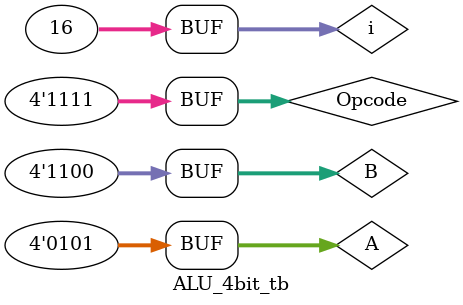
<source format=v>

module ALU_4bit(Out, Z, C, V, P, A, B, Opcode);

output [3:0] Out;
output Z, C, V, P;
input [3:0] A, B, Opcode;

wire [3:0] shift_out, arith_out, logical_out, compare_out;

Shifter s (shift_out, A, B, Opcode);
Arithmetic a (arith_out, C, V, A, B, Opcode);
Logical l (logical_out, A, B, Opcode);
Comparator c (compare_out, A, B, Opcode);
MUX m (Out, shift_out, arith_out, logical_out, compare_out, Opcode);

nor (Z,Out[0],Out[1],Out[2],Out[3]);
xor (P,Out[0],Out[1],Out[2],Out[3]);

endmodule




// Shifter

module Shifter(shift_out, A, B, Opcode);

output reg [3:0] shift_out;
input [3:0] A, B, Opcode;

always @(*)
begin
	if(Opcode[3:1] == 0)
		shift_out = B<<A[1:0];
	if(Opcode == 2)
		shift_out = B>>A[1:0];
	if(Opcode == 3)
	begin
		case(A[1:0])
			0: shift_out = B;
			1: shift_out = {B[3],B[3:1]};
			2: shift_out = {B[3],B[3],B[3:2]};
			3: shift_out = {B[3],B[3],B[3],B[3]};
		endcase
	end
end

endmodule




// Arithmetic

module Arithmetic(arith_out, C, V, A, B, Opcode);

output reg [3:0] arith_out;
output reg C, V;
input [3:0] A, B, Opcode;

reg [3:0] temp_B;
reg temp_carry;

always@(*)
begin
	C = 0;
	if(Opcode[1] == 1)
	begin
		if(Opcode[0] == 1)
			temp_B = 4'b1111;
		else
			temp_B = ~B+1;
	end
	else
	begin
		if(Opcode[0] == 1)
			temp_B = 4'b0001;
		else
			temp_B = B;
	end
		
	if(Opcode[3:2] == 1)
	begin
		{temp_carry,arith_out[2:0]}=A[2:0]+temp_B[2:0];
		{C,arith_out[3]}=A[3]+temp_B[3]+temp_carry;
		V = C^temp_carry;
	end
	else
	begin
		V = 0;
		C = 0;
	end
end

endmodule





// Logic

module Logical(logical_out, A, B, Opcode);

output [3:0] logical_out;
input [3:0] A, B, Opcode;

assign logical_out = Opcode[1]?(Opcode[0]?~(A|B):(A^B)):(Opcode[0]?(A|B):(A&B));

endmodule





// Comparator

module Comparator(compare_out, A, B, Opcode);

output reg [3:0] compare_out;
input [3:0] A, B, Opcode;

always@(*)
begin
	if (Opcode == 12)
		compare_out[0] = A==B;
	if (Opcode == 13)
		compare_out[0] = A!=B;
	if (Opcode == 14)
	begin
		if(B[3]>A[3])
			compare_out[0] = 1;
		else if (A[3]!=B[3] && A[2:0]>B[2:0])
			compare_out[0] = 1;
		else
			compare_out[0] = 0;
	end
	if (Opcode == 15)
	begin
		if(A[3]>B[3])
			compare_out[0] = 1;
		else if (A[3]!=B[3] && B[2:0]>A[2:0])
			compare_out[0] = 1;
		else
			compare_out[0] = 0;
	end
	compare_out[3:1] = 0;
end
endmodule






// MUX

module MUX(Out, shift_out, arith_out, logical_out, compare_out, Opcode);

output reg [3:0] Out;
input [3:0] shift_out, arith_out, logical_out, compare_out, Opcode;

always@(*)
begin
	case(Opcode[3:2])
		0: Out = shift_out;
		1: Out = arith_out;
		2: Out = logical_out;
		3: Out = compare_out;
	endcase
end

endmodule




// Testbench

module ALU_4bit_tb;

	// Inputs
	reg [3:0] A;
	reg [3:0] B;
	reg [3:0] Opcode;

	// Outputs
	wire [3:0] Out;
	wire Z;
	wire C;
	wire V;
	wire P;

	// Instantiate the Unit Under Test (UUT)
	ALU_4bit uut (
		.Out(Out), 
		.Z(Z), 
		.C(C), 
		.V(V), 
		.P(P), 
		.A(A), 
		.B(B), 
		.Opcode(Opcode)
	);
	
	integer i;
	
	initial begin
		// Initialize Inputs
		A = 5;
		B = 12;
		// Wait 100 ns for global reset to finish
		for(i=0; i<16; i=i+1)
		begin
			Opcode = i;  
			#10;
		end

	end
      
endmodule

</source>
